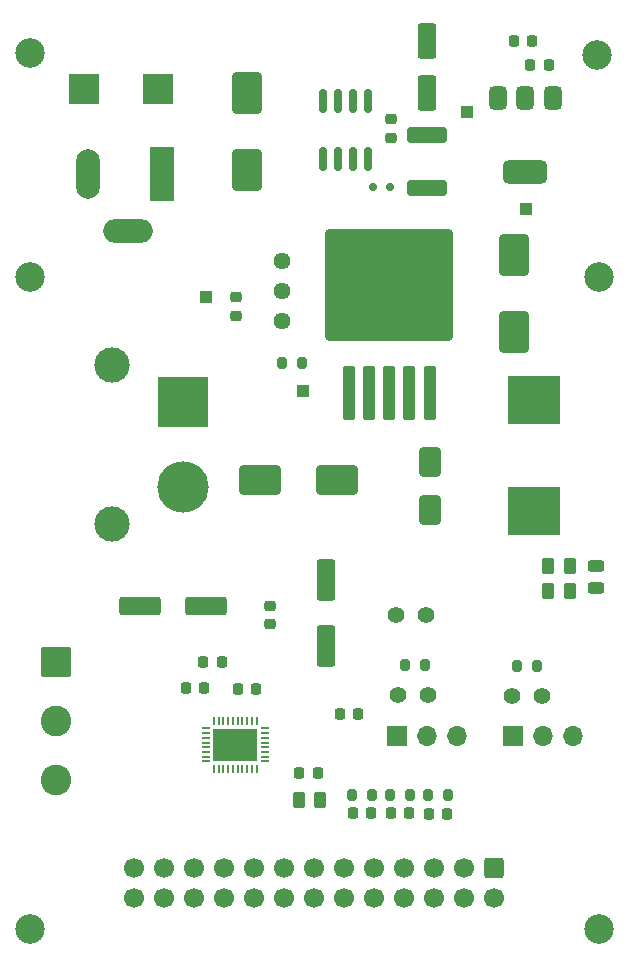
<source format=gbr>
%TF.GenerationSoftware,KiCad,Pcbnew,9.0.0*%
%TF.CreationDate,2025-03-07T07:16:51+07:00*%
%TF.ProjectId,Driver-DRV8317,44726976-6572-42d4-9452-56383331372e,rev?*%
%TF.SameCoordinates,Original*%
%TF.FileFunction,Soldermask,Top*%
%TF.FilePolarity,Negative*%
%FSLAX46Y46*%
G04 Gerber Fmt 4.6, Leading zero omitted, Abs format (unit mm)*
G04 Created by KiCad (PCBNEW 9.0.0) date 2025-03-07 07:16:51*
%MOMM*%
%LPD*%
G01*
G04 APERTURE LIST*
G04 Aperture macros list*
%AMRoundRect*
0 Rectangle with rounded corners*
0 $1 Rounding radius*
0 $2 $3 $4 $5 $6 $7 $8 $9 X,Y pos of 4 corners*
0 Add a 4 corners polygon primitive as box body*
4,1,4,$2,$3,$4,$5,$6,$7,$8,$9,$2,$3,0*
0 Add four circle primitives for the rounded corners*
1,1,$1+$1,$2,$3*
1,1,$1+$1,$4,$5*
1,1,$1+$1,$6,$7*
1,1,$1+$1,$8,$9*
0 Add four rect primitives between the rounded corners*
20,1,$1+$1,$2,$3,$4,$5,0*
20,1,$1+$1,$4,$5,$6,$7,0*
20,1,$1+$1,$6,$7,$8,$9,0*
20,1,$1+$1,$8,$9,$2,$3,0*%
G04 Aperture macros list end*
%ADD10R,1.700000X1.700000*%
%ADD11O,1.700000X1.700000*%
%ADD12RoundRect,0.200000X-0.200000X-0.275000X0.200000X-0.275000X0.200000X0.275000X-0.200000X0.275000X0*%
%ADD13R,4.350000X4.350000*%
%ADD14C,4.350000*%
%ADD15C,3.000000*%
%ADD16C,2.500000*%
%ADD17RoundRect,0.225000X-0.225000X-0.250000X0.225000X-0.250000X0.225000X0.250000X-0.225000X0.250000X0*%
%ADD18C,1.400000*%
%ADD19RoundRect,0.225000X0.225000X0.250000X-0.225000X0.250000X-0.225000X-0.250000X0.225000X-0.250000X0*%
%ADD20RoundRect,0.250000X1.500000X1.000000X-1.500000X1.000000X-1.500000X-1.000000X1.500000X-1.000000X0*%
%ADD21R,1.000000X1.000000*%
%ADD22RoundRect,0.225000X-0.250000X0.225000X-0.250000X-0.225000X0.250000X-0.225000X0.250000X0.225000X0*%
%ADD23RoundRect,0.250000X0.550000X-1.500000X0.550000X1.500000X-0.550000X1.500000X-0.550000X-1.500000X0*%
%ADD24RoundRect,0.250000X1.000000X-1.500000X1.000000X1.500000X-1.000000X1.500000X-1.000000X-1.500000X0*%
%ADD25RoundRect,0.150000X-0.150000X-0.200000X0.150000X-0.200000X0.150000X0.200000X-0.150000X0.200000X0*%
%ADD26RoundRect,0.225000X0.250000X-0.225000X0.250000X0.225000X-0.250000X0.225000X-0.250000X-0.225000X0*%
%ADD27RoundRect,0.250000X-0.262500X-0.450000X0.262500X-0.450000X0.262500X0.450000X-0.262500X0.450000X0*%
%ADD28RoundRect,0.250000X-1.500000X-0.550000X1.500000X-0.550000X1.500000X0.550000X-1.500000X0.550000X0*%
%ADD29RoundRect,0.250000X-0.600000X0.600000X-0.600000X-0.600000X0.600000X-0.600000X0.600000X0.600000X0*%
%ADD30C,1.700000*%
%ADD31RoundRect,0.250000X1.450000X-0.400000X1.450000X0.400000X-1.450000X0.400000X-1.450000X-0.400000X0*%
%ADD32RoundRect,0.243750X0.456250X-0.243750X0.456250X0.243750X-0.456250X0.243750X-0.456250X-0.243750X0*%
%ADD33RoundRect,0.375000X-0.375000X0.625000X-0.375000X-0.625000X0.375000X-0.625000X0.375000X0.625000X0*%
%ADD34RoundRect,0.500000X-1.400000X0.500000X-1.400000X-0.500000X1.400000X-0.500000X1.400000X0.500000X0*%
%ADD35RoundRect,0.250000X0.262500X0.450000X-0.262500X0.450000X-0.262500X-0.450000X0.262500X-0.450000X0*%
%ADD36RoundRect,0.250000X-1.050000X1.050000X-1.050000X-1.050000X1.050000X-1.050000X1.050000X1.050000X0*%
%ADD37C,2.600000*%
%ADD38R,0.200000X0.800000*%
%ADD39R,0.800000X0.200000*%
%ADD40R,3.800000X2.800000*%
%ADD41RoundRect,0.150000X-0.150000X0.825000X-0.150000X-0.825000X0.150000X-0.825000X0.150000X0.825000X0*%
%ADD42RoundRect,0.250000X0.300000X-2.050000X0.300000X2.050000X-0.300000X2.050000X-0.300000X-2.050000X0*%
%ADD43RoundRect,0.250002X5.149998X-4.449998X5.149998X4.449998X-5.149998X4.449998X-5.149998X-4.449998X0*%
%ADD44RoundRect,0.250000X0.550000X-1.250000X0.550000X1.250000X-0.550000X1.250000X-0.550000X-1.250000X0*%
%ADD45R,2.000000X4.600000*%
%ADD46O,2.000000X4.200000*%
%ADD47O,4.200000X2.000000*%
%ADD48C,1.440000*%
%ADD49R,4.400000X4.050000*%
%ADD50RoundRect,0.200000X0.200000X0.275000X-0.200000X0.275000X-0.200000X-0.275000X0.200000X-0.275000X0*%
%ADD51R,2.500000X2.500000*%
%ADD52RoundRect,0.250000X0.650000X-1.000000X0.650000X1.000000X-0.650000X1.000000X-0.650000X-1.000000X0*%
G04 APERTURE END LIST*
D10*
%TO.C,JP4*%
X146830000Y-117950000D03*
D11*
X149370000Y-117950000D03*
X151910000Y-117950000D03*
%TD*%
D12*
%TO.C,R4*%
X149435000Y-123000000D03*
X151085000Y-123000000D03*
%TD*%
D13*
%TO.C,PS1*%
X128710000Y-89700000D03*
D14*
X128710000Y-96900000D03*
D15*
X122710000Y-86550000D03*
X122710000Y-100050000D03*
%TD*%
D16*
%TO.C,H5*%
X115710000Y-79150000D03*
%TD*%
%TO.C,H2*%
X163910000Y-134350000D03*
%TD*%
D17*
%TO.C,C23*%
X141985000Y-116100000D03*
X143535000Y-116100000D03*
%TD*%
D18*
%TO.C,JP5*%
X146860000Y-114550000D03*
X149400000Y-114550000D03*
%TD*%
%TO.C,JP1*%
X156560000Y-114625000D03*
X159100000Y-114625000D03*
%TD*%
D19*
%TO.C,C39*%
X158250000Y-59150000D03*
X156700000Y-59150000D03*
%TD*%
D20*
%TO.C,C1*%
X141710000Y-96350000D03*
X135210000Y-96350000D03*
%TD*%
D21*
%TO.C,TP2*%
X138810000Y-88750000D03*
%TD*%
D22*
%TO.C,C28*%
X146310000Y-65775000D03*
X146310000Y-67325000D03*
%TD*%
D17*
%TO.C,C34*%
X146260000Y-124550000D03*
X147810000Y-124550000D03*
%TD*%
D12*
%TO.C,R6*%
X143035000Y-122950000D03*
X144685000Y-122950000D03*
%TD*%
D23*
%TO.C,C11*%
X140810000Y-110400000D03*
X140810000Y-104800000D03*
%TD*%
D17*
%TO.C,C32*%
X138535000Y-121150000D03*
X140085000Y-121150000D03*
%TD*%
D12*
%TO.C,R44*%
X156985000Y-112025000D03*
X158635000Y-112025000D03*
%TD*%
D24*
%TO.C,C4*%
X134100000Y-70050000D03*
X134100000Y-63550000D03*
%TD*%
D25*
%TO.C,D3*%
X146210000Y-71550000D03*
X144810000Y-71550000D03*
%TD*%
D26*
%TO.C,C26*%
X136060000Y-108550000D03*
X136060000Y-107000000D03*
%TD*%
D16*
%TO.C,H6*%
X163910000Y-79150000D03*
%TD*%
%TO.C,H3*%
X163710000Y-60350000D03*
%TD*%
D27*
%TO.C,R35*%
X159597500Y-103600000D03*
X161422500Y-103600000D03*
%TD*%
D10*
%TO.C,JP2*%
X156610000Y-118025000D03*
D11*
X159150000Y-118025000D03*
X161690000Y-118025000D03*
%TD*%
D17*
%TO.C,C20*%
X130410000Y-111750000D03*
X131960000Y-111750000D03*
%TD*%
D24*
%TO.C,C2*%
X156710000Y-83800000D03*
X156710000Y-77300000D03*
%TD*%
D28*
%TO.C,C12*%
X125010000Y-106950000D03*
X130610000Y-106950000D03*
%TD*%
D16*
%TO.C,H4*%
X115710000Y-60150000D03*
%TD*%
D21*
%TO.C,TP3*%
X152700000Y-65150000D03*
%TD*%
D29*
%TO.C,J1*%
X155030000Y-129190000D03*
D30*
X155030000Y-131730000D03*
X152490000Y-129190000D03*
X152490000Y-131730000D03*
X149950000Y-129190000D03*
X149950000Y-131730000D03*
X147410000Y-129190000D03*
X147410000Y-131730000D03*
X144870000Y-129190000D03*
X144870000Y-131730000D03*
X142330000Y-129190000D03*
X142330000Y-131730000D03*
X139790000Y-129190000D03*
X139790000Y-131730000D03*
X137250000Y-129190000D03*
X137250000Y-131730000D03*
X134710000Y-129190000D03*
X134710000Y-131730000D03*
X132170000Y-129190000D03*
X132170000Y-131730000D03*
X129630000Y-129190000D03*
X129630000Y-131730000D03*
X127090000Y-129190000D03*
X127090000Y-131730000D03*
X124550000Y-129190000D03*
X124550000Y-131730000D03*
%TD*%
D12*
%TO.C,R43*%
X147485000Y-111950000D03*
X149135000Y-111950000D03*
%TD*%
D31*
%TO.C,L2*%
X149310000Y-71575000D03*
X149310000Y-67125000D03*
%TD*%
D19*
%TO.C,C31*%
X134860000Y-114050000D03*
X133310000Y-114050000D03*
%TD*%
D12*
%TO.C,R5*%
X146235000Y-123000000D03*
X147885000Y-123000000D03*
%TD*%
D32*
%TO.C,D5*%
X163660000Y-105450000D03*
X163660000Y-103575000D03*
%TD*%
D18*
%TO.C,JP3*%
X146720000Y-107750000D03*
X149260000Y-107750000D03*
%TD*%
D19*
%TO.C,C38*%
X159650000Y-61150000D03*
X158100000Y-61150000D03*
%TD*%
D33*
%TO.C,U3*%
X159975000Y-63950000D03*
X157675000Y-63950000D03*
D34*
X157675000Y-70250000D03*
D33*
X155375000Y-63950000D03*
%TD*%
D16*
%TO.C,H1*%
X115710000Y-134350000D03*
%TD*%
D35*
%TO.C,R34*%
X161435000Y-105700000D03*
X159610000Y-105700000D03*
%TD*%
D36*
%TO.C,J6*%
X117900000Y-111750000D03*
D37*
X117900000Y-116750000D03*
X117900000Y-121750000D03*
%TD*%
D35*
%TO.C,R42*%
X140322500Y-123400000D03*
X138497500Y-123400000D03*
%TD*%
D38*
%TO.C,IC3*%
X134910000Y-116750000D03*
X134510000Y-116750000D03*
X134110000Y-116750000D03*
X133710000Y-116750000D03*
X133310000Y-116750000D03*
X132910000Y-116750000D03*
X132510000Y-116750000D03*
X132110000Y-116750000D03*
X131710000Y-116750000D03*
X131310000Y-116750000D03*
D39*
X130610000Y-117350000D03*
X130610000Y-117750000D03*
X130610000Y-118150000D03*
X130610000Y-118550000D03*
X130610000Y-118950000D03*
X130610000Y-119350000D03*
X130610000Y-119750000D03*
X130610000Y-120150000D03*
D38*
X131310000Y-120750000D03*
X131710000Y-120750000D03*
X132110000Y-120750000D03*
X132510000Y-120750000D03*
X132910000Y-120750000D03*
X133310000Y-120750000D03*
X133710000Y-120750000D03*
X134110000Y-120750000D03*
X134510000Y-120750000D03*
X134910000Y-120750000D03*
D39*
X135610000Y-120150000D03*
X135610000Y-119750000D03*
X135610000Y-119350000D03*
X135610000Y-118950000D03*
X135610000Y-118550000D03*
X135610000Y-118150000D03*
X135610000Y-117750000D03*
X135610000Y-117350000D03*
D40*
X133110000Y-118750000D03*
%TD*%
D41*
%TO.C,U2*%
X144310000Y-64200000D03*
X143040000Y-64200000D03*
X141770000Y-64200000D03*
X140500000Y-64200000D03*
X140500000Y-69150000D03*
X141770000Y-69150000D03*
X143040000Y-69150000D03*
X144310000Y-69150000D03*
%TD*%
D42*
%TO.C,U1*%
X142760000Y-88930000D03*
X144460000Y-88930000D03*
X146160000Y-88930000D03*
D43*
X146160000Y-79780000D03*
D42*
X147860000Y-88930000D03*
X149560000Y-88930000D03*
%TD*%
D17*
%TO.C,C33*%
X149485000Y-124600000D03*
X151035000Y-124600000D03*
%TD*%
D44*
%TO.C,C5*%
X149310000Y-63550000D03*
X149310000Y-59150000D03*
%TD*%
D17*
%TO.C,C35*%
X143085000Y-124500000D03*
X144635000Y-124500000D03*
%TD*%
D45*
%TO.C,J5*%
X126910000Y-70450000D03*
D46*
X120610000Y-70450000D03*
D47*
X124010000Y-75250000D03*
%TD*%
D48*
%TO.C,RV1*%
X137110000Y-82830000D03*
X137110000Y-80290000D03*
X137110000Y-77750000D03*
%TD*%
D26*
%TO.C,C3*%
X133160000Y-82405000D03*
X133160000Y-80855000D03*
%TD*%
D21*
%TO.C,TP1*%
X130610000Y-80850000D03*
%TD*%
D49*
%TO.C,L1*%
X158410000Y-98955000D03*
X158410000Y-89505000D03*
%TD*%
D21*
%TO.C,TP7*%
X157700000Y-73350000D03*
%TD*%
D19*
%TO.C,C22*%
X130485000Y-113950000D03*
X128935000Y-113950000D03*
%TD*%
D50*
%TO.C,R3*%
X138760000Y-86450000D03*
X137110000Y-86450000D03*
%TD*%
D51*
%TO.C,TP8*%
X126610000Y-63250000D03*
%TD*%
%TO.C,TP9*%
X120310000Y-63250000D03*
%TD*%
D52*
%TO.C,D1*%
X149560000Y-98830000D03*
X149560000Y-94830000D03*
%TD*%
M02*

</source>
